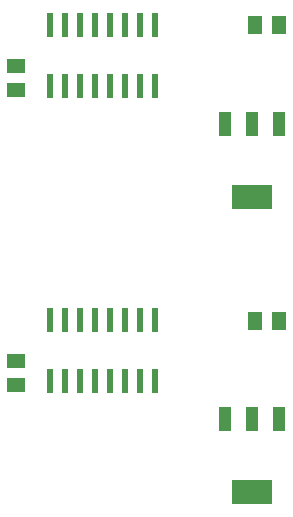
<source format=gbp>
G75*
G70*
%OFA0B0*%
%FSLAX24Y24*%
%IPPOS*%
%LPD*%
%AMOC8*
5,1,8,0,0,1.08239X$1,22.5*
%
%ADD10R,0.0440X0.0840*%
%ADD11R,0.1377X0.0826*%
%ADD12R,0.0196X0.0826*%
%ADD13R,0.0472X0.0590*%
%ADD14R,0.0590X0.0472*%
D10*
X009440Y011611D03*
X010350Y011611D03*
X011260Y011611D03*
X011260Y021453D03*
X010350Y021453D03*
X009440Y021453D03*
D11*
X010350Y019013D03*
X010350Y009171D03*
D12*
X007100Y012867D03*
X006600Y012867D03*
X006100Y012867D03*
X005600Y012867D03*
X005100Y012867D03*
X004600Y012867D03*
X004100Y012867D03*
X003600Y012867D03*
X003600Y014914D03*
X004100Y014914D03*
X004600Y014914D03*
X005100Y014914D03*
X005600Y014914D03*
X006100Y014914D03*
X006600Y014914D03*
X007100Y014914D03*
X007100Y022710D03*
X006600Y022710D03*
X006100Y022710D03*
X005600Y022710D03*
X005100Y022710D03*
X004600Y022710D03*
X004100Y022710D03*
X003600Y022710D03*
X003600Y024757D03*
X004100Y024757D03*
X004600Y024757D03*
X005100Y024757D03*
X005600Y024757D03*
X006100Y024757D03*
X006600Y024757D03*
X007100Y024757D03*
D13*
X010456Y024733D03*
X011244Y024733D03*
X011244Y014891D03*
X010456Y014891D03*
D14*
X002475Y012747D03*
X002475Y013534D03*
X002475Y022590D03*
X002475Y023377D03*
M02*

</source>
